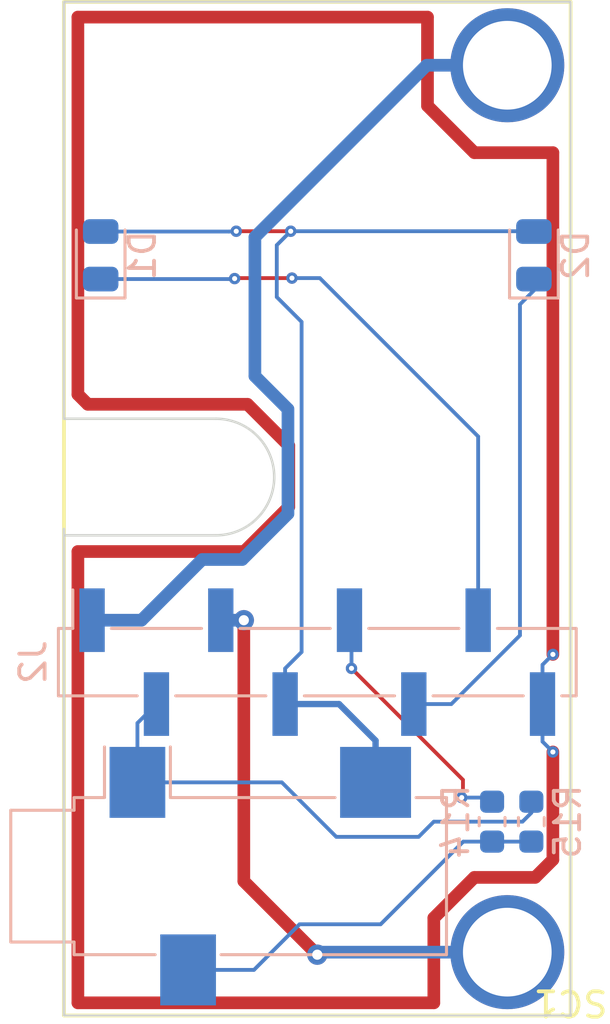
<source format=kicad_pcb>
(kicad_pcb (version 20190905) (host pcbnew "5.99.0-unknown-c3175b4~86~ubuntu16.04.1")

  (general
    (thickness 0.8)
    (drawings 12)
    (tracks 91)
    (modules 7)
    (nets 10)
  )

  (page "A4")
  (layers
    (0 "F.Cu" signal)
    (31 "B.Cu" signal)
    (32 "B.Adhes" user hide)
    (33 "F.Adhes" user hide)
    (34 "B.Paste" user hide)
    (35 "F.Paste" user hide)
    (36 "B.SilkS" user hide)
    (37 "F.SilkS" user)
    (38 "B.Mask" user hide)
    (39 "F.Mask" user hide)
    (40 "Dwgs.User" user)
    (41 "Cmts.User" user hide)
    (42 "Eco1.User" user hide)
    (43 "Eco2.User" user)
    (44 "Edge.Cuts" user)
    (45 "Margin" user)
    (46 "B.CrtYd" user)
    (47 "F.CrtYd" user)
    (48 "B.Fab" user hide)
    (49 "F.Fab" user hide)
  )

  (setup
    (stackup
      (layer "F.SilkS" (type "Top Silk Screen"))
      (layer "F.Paste" (type "Top Solder Paste"))
      (layer "F.Mask" (type "Top Solder Mask") (thickness 0.01) (color "Green"))
      (layer "F.Cu" (type "copper") (thickness 0.035))
      (layer "dielectric 1" (type "core") (thickness 0.71) (material "FR4") (epsilon_r 4.5) (loss_tangent 0.02))
      (layer "B.Cu" (type "copper") (thickness 0.035))
      (layer "B.Mask" (type "Bottom Solder Mask") (thickness 0.01) (color "Green"))
      (layer "B.Paste" (type "Bottom Solder Paste"))
      (layer "B.SilkS" (type "Bottom Silk Screen"))
      (copper_finish "None")
      (dielectric_constraints no)
    )
    (last_trace_width 0.5)
    (user_trace_width 0.15)
    (user_trace_width 0.25)
    (user_trace_width 0.5)
    (trace_clearance 0.2)
    (zone_clearance 0.508)
    (zone_45_only no)
    (trace_min 0.15)
    (via_size 0.8)
    (via_drill 0.4)
    (via_min_size 0.45)
    (via_min_drill 0.2)
    (user_via 0.45 0.2)
    (uvia_size 0.3)
    (uvia_drill 0.1)
    (uvias_allowed no)
    (uvia_min_size 0.2)
    (uvia_min_drill 0.1)
    (max_error 0.005)
    (defaults
      (edge_clearance 0.01)
      (edge_cuts_line_width 0.05)
      (courtyard_line_width 0.05)
      (copper_line_width 0.2)
      (copper_text_dims (size 1.5 1.5) (thickness 0.3))
      (silk_line_width 0.12)
      (silk_text_dims (size 1 1) (thickness 0.15))
      (other_layers_line_width 0.1)
      (other_layers_text_dims (size 1 1) (thickness 0.15))
    )
    (pad_size 4.5 4.5)
    (pad_drill 3.5)
    (pad_to_mask_clearance 0.051)
    (solder_mask_min_width 0.25)
    (aux_axis_origin 140 130)
    (visible_elements FFFDFF5F)
    (pcbplotparams
      (layerselection 0x010fc_ffffffff)
      (usegerberextensions false)
      (usegerberattributes false)
      (usegerberadvancedattributes false)
      (creategerberjobfile false)
      (excludeedgelayer true)
      (linewidth 0.100000)
      (plotframeref false)
      (viasonmask false)
      (mode 1)
      (useauxorigin false)
      (hpglpennumber 1)
      (hpglpenspeed 20)
      (hpglpendiameter 15.000000)
      (psnegative false)
      (psa4output false)
      (plotreference true)
      (plotvalue true)
      (plotinvisibletext false)
      (padsonsilk false)
      (subtractmaskfromsilk false)
      (outputformat 4)
      (mirror false)
      (drillshape 0)
      (scaleselection 1)
      (outputdirectory "")
    )
  )

  (net 0 "")
  (net 1 "-VDC")
  (net 2 "GND")
  (net 3 "Net-(J3-PadR)")
  (net 4 "SERIAL_IN-top")
  (net 5 "RDIODE-top")
  (net 6 "GDIODE-top")
  (net 7 "CELL+top")
  (net 8 "SERIAL_OUT-top")
  (net 9 "TOUCH-top")

  (net_class "Default" "This is the default net class."
    (clearance 0.2)
    (trace_width 0.25)
    (via_dia 0.8)
    (via_drill 0.4)
    (uvia_dia 0.3)
    (uvia_drill 0.1)
    (add_net "-VDC")
    (add_net "CELL+top")
    (add_net "GDIODE-top")
    (add_net "GND")
    (add_net "Net-(J3-PadR)")
    (add_net "RDIODE-top")
    (add_net "SERIAL_IN-top")
    (add_net "SERIAL_OUT-top")
    (add_net "TOUCH-top")
  )

  (module "solarcell:Solar Cell 3.3V 20x40mm" (layer "F.Cu") (tedit 5DD58921) (tstamp 5DE65F67)
    (at 160 130 180)
    (path "/5DD1B743")
    (fp_text reference "SC1" (at 0 0.5 180 unlocked) (layer "F.SilkS")
      (effects (font (size 1 1) (thickness 0.15)))
    )
    (fp_text value "Solar_Cell" (at 0 -0.5 180 unlocked) (layer "F.Fab")
      (effects (font (size 1 1) (thickness 0.15)))
    )
    (fp_line (start 20 0) (end 0 0) (layer "F.SilkS") (width 0.15))
    (fp_line (start 20 40) (end 20 0) (layer "F.SilkS") (width 0.15))
    (fp_line (start 0 40) (end 20 40) (layer "F.SilkS") (width 0.15))
    (fp_line (start 0 0) (end 0 40) (layer "F.SilkS") (width 0.15))
    (pad "2" thru_hole circle (at 2.5 37.5 180) (size 4.5 4.5) (drill 3.5) (layers *.Cu *.Mask)
      (net 2 "GND"))
    (pad "1" thru_hole circle (at 2.5 2.5 180) (size 4.5 4.5) (drill 3.5) (layers *.Cu *.Mask)
      (net 7 "CELL+top"))
  )

  (module "Connector_Audio:Jack_3.5mm_CUI_SJ-3523-SMT_Horizontal" (layer "B.Cu") (tedit 5C635420) (tstamp 5DE65D1F)
    (at 146.5 124.5 -90)
    (descr "3.5 mm, Stereo, Right Angle, Surface Mount (SMT), Audio Jack Connector (https://www.cui.com/product/resource/sj-352x-smt-series.pdf)")
    (tags "3.5mm audio cui horizontal jack stereo")
    (path "/5DE6664B")
    (attr smd)
    (fp_text reference "J3" (at 0 9.9 -90) (layer "B.SilkS")
      (effects (font (size 1 1) (thickness 0.15)) (justify mirror))
    )
    (fp_text value "AudioJack3" (at 0 -10.35 -90) (layer "B.Fab")
      (effects (font (size 1 1) (thickness 0.15)) (justify mirror))
    )
    (fp_line (start 3 6) (end 3 -8.5) (layer "B.Fab") (width 0.1))
    (fp_line (start 3 -8.5) (end -3 -8.5) (layer "B.Fab") (width 0.1))
    (fp_line (start -3 -8.5) (end -3 6) (layer "B.Fab") (width 0.1))
    (fp_line (start -3 6) (end -2.5 6) (layer "B.Fab") (width 0.1))
    (fp_line (start -2.5 6) (end -2.5 8.5) (layer "B.Fab") (width 0.1))
    (fp_line (start -2.5 8.5) (end 2.5 8.5) (layer "B.Fab") (width 0.1))
    (fp_line (start 2.5 8.5) (end 2.5 6) (layer "B.Fab") (width 0.1))
    (fp_line (start 2.5 6) (end 3 6) (layer "B.Fab") (width 0.1))
    (fp_line (start 5.6 9) (end 5.6 -9) (layer "B.CrtYd") (width 0.05))
    (fp_line (start 5.6 -9) (end -5.6 -9) (layer "B.CrtYd") (width 0.05))
    (fp_line (start -5.6 -9) (end -5.6 9) (layer "B.CrtYd") (width 0.05))
    (fp_line (start -5.6 9) (end 5.6 9) (layer "B.CrtYd") (width 0.05))
    (fp_text user "%R" (at 0 0 -90) (layer "B.Fab")
      (effects (font (size 1 1) (thickness 0.15)) (justify mirror))
    )
    (fp_line (start -3.1 4.9) (end -3.1 6.1) (layer "B.SilkS") (width 0.12))
    (fp_line (start -3.1 6.1) (end -2.6 6.1) (layer "B.SilkS") (width 0.12))
    (fp_line (start -2.6 6.1) (end -2.6 8.6) (layer "B.SilkS") (width 0.12))
    (fp_line (start -2.6 8.6) (end 2.6 8.6) (layer "B.SilkS") (width 0.12))
    (fp_line (start 2.6 8.6) (end 2.6 6.1) (layer "B.SilkS") (width 0.12))
    (fp_line (start 2.6 6.1) (end 3.1 6.1) (layer "B.SilkS") (width 0.12))
    (fp_line (start 3.1 6.1) (end 3.1 2.9) (layer "B.SilkS") (width 0.12))
    (fp_line (start 3.1 0.3) (end 3.1 -8.6) (layer "B.SilkS") (width 0.12))
    (fp_line (start 3.1 -8.6) (end -3.1 -8.6) (layer "B.SilkS") (width 0.12))
    (fp_line (start -3.1 -8.6) (end -3.1 -7.4) (layer "B.SilkS") (width 0.12))
    (fp_line (start -3.1 -4.2) (end -3.1 2.3) (layer "B.SilkS") (width 0.12))
    (fp_line (start -3.1 4.9) (end -5.1 4.9) (layer "B.SilkS") (width 0.12))
    (fp_line (start -3.1 2.3) (end -5.1 2.3) (layer "B.SilkS") (width 0.12))
    (pad "" np_thru_hole circle (at 0 -4.5 270) (size 1.7 1.7) (drill 1.7) (layers *.Cu *.Mask))
    (pad "" np_thru_hole circle (at 0 2.5 270) (size 1.7 1.7) (drill 1.7) (layers *.Cu *.Mask))
    (pad "T" smd rect (at -3.7 -5.8 270) (size 2.8 2.8) (layers "B.Cu" "B.Paste" "B.Mask")
      (net 8 "SERIAL_OUT-top"))
    (pad "S" smd rect (at -3.7 3.6 270) (size 2.8 2.2) (layers "B.Cu" "B.Paste" "B.Mask")
      (net 1 "-VDC"))
    (pad "R" smd rect (at 3.7 1.6 270) (size 2.8 2.2) (layers "B.Cu" "B.Paste" "B.Mask")
      (net 3 "Net-(J3-PadR)"))
    (model "/home/user/schems/wogglebug/wogglebug/3.5mm_jack.wrl"
      (at (xyz 0 0 0))
      (scale (xyz 1 1 1))
      (rotate (xyz 0 0 0))
    )
  )

  (module "Resistor_SMD:R_0603_1608Metric" (layer "B.Cu") (tedit 5B301BBD) (tstamp 5DE65D73)
    (at 158.45 122.35 90)
    (descr "Resistor SMD 0603 (1608 Metric), square (rectangular) end terminal, IPC_7351 nominal, (Body size source: http://www.tortai-tech.com/upload/download/2011102023233369053.pdf), generated with kicad-footprint-generator")
    (tags "resistor")
    (path "/5DE7776E")
    (attr smd)
    (fp_text reference "R15" (at 0 1.43 -90) (layer "B.SilkS")
      (effects (font (size 1 1) (thickness 0.15)) (justify mirror))
    )
    (fp_text value "10k" (at 0 -1.43 -90) (layer "B.Fab")
      (effects (font (size 1 1) (thickness 0.15)) (justify mirror))
    )
    (fp_text user "%R" (at 0 0 -90) (layer "B.Fab")
      (effects (font (size 0.4 0.4) (thickness 0.06)) (justify mirror))
    )
    (fp_line (start 1.48 -0.73) (end -1.48 -0.73) (layer "B.CrtYd") (width 0.05))
    (fp_line (start 1.48 0.73) (end 1.48 -0.73) (layer "B.CrtYd") (width 0.05))
    (fp_line (start -1.48 0.73) (end 1.48 0.73) (layer "B.CrtYd") (width 0.05))
    (fp_line (start -1.48 -0.73) (end -1.48 0.73) (layer "B.CrtYd") (width 0.05))
    (fp_line (start -0.162779 -0.51) (end 0.162779 -0.51) (layer "B.SilkS") (width 0.12))
    (fp_line (start -0.162779 0.51) (end 0.162779 0.51) (layer "B.SilkS") (width 0.12))
    (fp_line (start 0.8 -0.4) (end -0.8 -0.4) (layer "B.Fab") (width 0.1))
    (fp_line (start 0.8 0.4) (end 0.8 -0.4) (layer "B.Fab") (width 0.1))
    (fp_line (start -0.8 0.4) (end 0.8 0.4) (layer "B.Fab") (width 0.1))
    (fp_line (start -0.8 -0.4) (end -0.8 0.4) (layer "B.Fab") (width 0.1))
    (pad "2" smd roundrect (at 0.7875 0 90) (size 0.875 0.95) (layers "B.Cu" "B.Paste" "B.Mask") (roundrect_rratio 0.25)
      (net 1 "-VDC"))
    (pad "1" smd roundrect (at -0.7875 0 90) (size 0.875 0.95) (layers "B.Cu" "B.Paste" "B.Mask") (roundrect_rratio 0.25)
      (net 3 "Net-(J3-PadR)"))
    (model "${KISYS3DMOD}/Resistor_SMD.3dshapes/R_0603_1608Metric.wrl"
      (at (xyz 0 0 0))
      (scale (xyz 1 1 1))
      (rotate (xyz 0 0 0))
    )
  )

  (module "Resistor_SMD:R_0603_1608Metric" (layer "B.Cu") (tedit 5B301BBD) (tstamp 5DE65CD7)
    (at 156.9 122.35 -90)
    (descr "Resistor SMD 0603 (1608 Metric), square (rectangular) end terminal, IPC_7351 nominal, (Body size source: http://www.tortai-tech.com/upload/download/2011102023233369053.pdf), generated with kicad-footprint-generator")
    (tags "resistor")
    (path "/5DE72895")
    (attr smd)
    (fp_text reference "R14" (at 0 1.43 -90) (layer "B.SilkS")
      (effects (font (size 1 1) (thickness 0.15)) (justify mirror))
    )
    (fp_text value "22k" (at 0 -1.43 -90) (layer "B.Fab")
      (effects (font (size 1 1) (thickness 0.15)) (justify mirror))
    )
    (fp_text user "%R" (at 0 0 -90) (layer "B.Fab")
      (effects (font (size 0.4 0.4) (thickness 0.06)) (justify mirror))
    )
    (fp_line (start 1.48 -0.73) (end -1.48 -0.73) (layer "B.CrtYd") (width 0.05))
    (fp_line (start 1.48 0.73) (end 1.48 -0.73) (layer "B.CrtYd") (width 0.05))
    (fp_line (start -1.48 0.73) (end 1.48 0.73) (layer "B.CrtYd") (width 0.05))
    (fp_line (start -1.48 -0.73) (end -1.48 0.73) (layer "B.CrtYd") (width 0.05))
    (fp_line (start -0.162779 -0.51) (end 0.162779 -0.51) (layer "B.SilkS") (width 0.12))
    (fp_line (start -0.162779 0.51) (end 0.162779 0.51) (layer "B.SilkS") (width 0.12))
    (fp_line (start 0.8 -0.4) (end -0.8 -0.4) (layer "B.Fab") (width 0.1))
    (fp_line (start 0.8 0.4) (end 0.8 -0.4) (layer "B.Fab") (width 0.1))
    (fp_line (start -0.8 0.4) (end 0.8 0.4) (layer "B.Fab") (width 0.1))
    (fp_line (start -0.8 -0.4) (end -0.8 0.4) (layer "B.Fab") (width 0.1))
    (pad "2" smd roundrect (at 0.7875 0 270) (size 0.875 0.95) (layers "B.Cu" "B.Paste" "B.Mask") (roundrect_rratio 0.25)
      (net 3 "Net-(J3-PadR)"))
    (pad "1" smd roundrect (at -0.7875 0 270) (size 0.875 0.95) (layers "B.Cu" "B.Paste" "B.Mask") (roundrect_rratio 0.25)
      (net 4 "SERIAL_IN-top"))
    (model "${KISYS3DMOD}/Resistor_SMD.3dshapes/R_0603_1608Metric.wrl"
      (at (xyz 0 0 0))
      (scale (xyz 1 1 1))
      (rotate (xyz 0 0 0))
    )
  )

  (module "Connector_PinHeader_2.54mm:PinHeader_1x08_P2.54mm_Vertical_SMD_Pin1Left" (layer "B.Cu") (tedit 59FED5CC) (tstamp 5DE65DCD)
    (at 150 116.055 -90)
    (descr "surface-mounted straight pin header, 1x08, 2.54mm pitch, single row, style 1 (pin 1 left)")
    (tags "Surface mounted pin header SMD 1x08 2.54mm single row style1 pin1 left")
    (path "/5DEB4958")
    (attr smd)
    (fp_text reference "J2" (at 0 11.22 -90) (layer "B.SilkS")
      (effects (font (size 1 1) (thickness 0.15)) (justify mirror))
    )
    (fp_text value "Conn_01x08_Male" (at 0 -11.22 -90) (layer "B.Fab")
      (effects (font (size 1 1) (thickness 0.15)) (justify mirror))
    )
    (fp_text user "%R" (at 0 0) (layer "B.Fab")
      (effects (font (size 1 1) (thickness 0.15)) (justify mirror))
    )
    (fp_line (start 3.45 10.7) (end -3.45 10.7) (layer "B.CrtYd") (width 0.05))
    (fp_line (start 3.45 -10.7) (end 3.45 10.7) (layer "B.CrtYd") (width 0.05))
    (fp_line (start -3.45 -10.7) (end 3.45 -10.7) (layer "B.CrtYd") (width 0.05))
    (fp_line (start -3.45 10.7) (end -3.45 -10.7) (layer "B.CrtYd") (width 0.05))
    (fp_line (start -1.33 -7.11) (end -1.33 -10.22) (layer "B.SilkS") (width 0.12))
    (fp_line (start -1.33 -2.03) (end -1.33 -5.59) (layer "B.SilkS") (width 0.12))
    (fp_line (start -1.33 3.05) (end -1.33 -0.51) (layer "B.SilkS") (width 0.12))
    (fp_line (start -1.33 8.13) (end -1.33 4.57) (layer "B.SilkS") (width 0.12))
    (fp_line (start 1.33 -4.57) (end 1.33 -8.13) (layer "B.SilkS") (width 0.12))
    (fp_line (start 1.33 0.51) (end 1.33 -3.05) (layer "B.SilkS") (width 0.12))
    (fp_line (start 1.33 5.59) (end 1.33 2.03) (layer "B.SilkS") (width 0.12))
    (fp_line (start 1.33 -9.65) (end 1.33 -10.22) (layer "B.SilkS") (width 0.12))
    (fp_line (start -1.33 10.22) (end -1.33 9.65) (layer "B.SilkS") (width 0.12))
    (fp_line (start -1.33 9.65) (end -2.85 9.65) (layer "B.SilkS") (width 0.12))
    (fp_line (start 1.33 10.22) (end 1.33 7.11) (layer "B.SilkS") (width 0.12))
    (fp_line (start -1.33 -10.22) (end 1.33 -10.22) (layer "B.SilkS") (width 0.12))
    (fp_line (start -1.33 10.22) (end 1.33 10.22) (layer "B.SilkS") (width 0.12))
    (fp_line (start 2.54 -9.21) (end 1.27 -9.21) (layer "B.Fab") (width 0.1))
    (fp_line (start 2.54 -8.57) (end 2.54 -9.21) (layer "B.Fab") (width 0.1))
    (fp_line (start 1.27 -8.57) (end 2.54 -8.57) (layer "B.Fab") (width 0.1))
    (fp_line (start 2.54 -4.13) (end 1.27 -4.13) (layer "B.Fab") (width 0.1))
    (fp_line (start 2.54 -3.49) (end 2.54 -4.13) (layer "B.Fab") (width 0.1))
    (fp_line (start 1.27 -3.49) (end 2.54 -3.49) (layer "B.Fab") (width 0.1))
    (fp_line (start 2.54 0.95) (end 1.27 0.95) (layer "B.Fab") (width 0.1))
    (fp_line (start 2.54 1.59) (end 2.54 0.95) (layer "B.Fab") (width 0.1))
    (fp_line (start 1.27 1.59) (end 2.54 1.59) (layer "B.Fab") (width 0.1))
    (fp_line (start 2.54 6.03) (end 1.27 6.03) (layer "B.Fab") (width 0.1))
    (fp_line (start 2.54 6.67) (end 2.54 6.03) (layer "B.Fab") (width 0.1))
    (fp_line (start 1.27 6.67) (end 2.54 6.67) (layer "B.Fab") (width 0.1))
    (fp_line (start -2.54 -6.67) (end -1.27 -6.67) (layer "B.Fab") (width 0.1))
    (fp_line (start -2.54 -6.03) (end -2.54 -6.67) (layer "B.Fab") (width 0.1))
    (fp_line (start -1.27 -6.03) (end -2.54 -6.03) (layer "B.Fab") (width 0.1))
    (fp_line (start -2.54 -1.59) (end -1.27 -1.59) (layer "B.Fab") (width 0.1))
    (fp_line (start -2.54 -0.95) (end -2.54 -1.59) (layer "B.Fab") (width 0.1))
    (fp_line (start -1.27 -0.95) (end -2.54 -0.95) (layer "B.Fab") (width 0.1))
    (fp_line (start -2.54 3.49) (end -1.27 3.49) (layer "B.Fab") (width 0.1))
    (fp_line (start -2.54 4.13) (end -2.54 3.49) (layer "B.Fab") (width 0.1))
    (fp_line (start -1.27 4.13) (end -2.54 4.13) (layer "B.Fab") (width 0.1))
    (fp_line (start -2.54 8.57) (end -1.27 8.57) (layer "B.Fab") (width 0.1))
    (fp_line (start -2.54 9.21) (end -2.54 8.57) (layer "B.Fab") (width 0.1))
    (fp_line (start -1.27 9.21) (end -2.54 9.21) (layer "B.Fab") (width 0.1))
    (fp_line (start 1.27 10.16) (end 1.27 -10.16) (layer "B.Fab") (width 0.1))
    (fp_line (start -1.27 9.21) (end -0.32 10.16) (layer "B.Fab") (width 0.1))
    (fp_line (start -1.27 -10.16) (end -1.27 9.21) (layer "B.Fab") (width 0.1))
    (fp_line (start -0.32 10.16) (end 1.27 10.16) (layer "B.Fab") (width 0.1))
    (fp_line (start 1.27 -10.16) (end -1.27 -10.16) (layer "B.Fab") (width 0.1))
    (pad "8" smd rect (at 1.655 -8.89 270) (size 2.51 1) (layers "B.Cu" "B.Paste" "B.Mask")
      (net 9 "TOUCH-top"))
    (pad "6" smd rect (at 1.655 -3.81 270) (size 2.51 1) (layers "B.Cu" "B.Paste" "B.Mask")
      (net 6 "GDIODE-top"))
    (pad "4" smd rect (at 1.655 1.27 270) (size 2.51 1) (layers "B.Cu" "B.Paste" "B.Mask")
      (net 8 "SERIAL_OUT-top"))
    (pad "2" smd rect (at 1.655 6.35 270) (size 2.51 1) (layers "B.Cu" "B.Paste" "B.Mask")
      (net 1 "-VDC"))
    (pad "7" smd rect (at -1.655 -6.35 270) (size 2.51 1) (layers "B.Cu" "B.Paste" "B.Mask")
      (net 5 "RDIODE-top"))
    (pad "5" smd rect (at -1.655 -1.27 270) (size 2.51 1) (layers "B.Cu" "B.Paste" "B.Mask")
      (net 4 "SERIAL_IN-top"))
    (pad "3" smd rect (at -1.655 3.81 270) (size 2.51 1) (layers "B.Cu" "B.Paste" "B.Mask")
      (net 7 "CELL+top"))
    (pad "1" smd rect (at -1.655 8.89 270) (size 2.51 1) (layers "B.Cu" "B.Paste" "B.Mask")
      (net 2 "GND"))
    (model "${KISYS3DMOD}/Connector_PinHeader_2.54mm.3dshapes/PinHeader_1x08_P2.54mm_Vertical_SMD_Pin1Left.wrl"
      (at (xyz 0 0 0))
      (scale (xyz 1 1 1))
      (rotate (xyz 0 0 0))
    )
  )

  (module "LED_SMD:LED_0805_2012Metric" (layer "B.Cu") (tedit 5B36C52C) (tstamp 5DE65FC1)
    (at 158.55 100 90)
    (descr "LED SMD 0805 (2012 Metric), square (rectangular) end terminal, IPC_7351 nominal, (Body size source: https://docs.google.com/spreadsheets/d/1BsfQQcO9C6DZCsRaXUlFlo91Tg2WpOkGARC1WS5S8t0/edit?usp=sharing), generated with kicad-footprint-generator")
    (tags "diode")
    (path "/5DD1D01D")
    (attr smd)
    (fp_text reference "D2" (at 0 1.65 -90) (layer "B.SilkS")
      (effects (font (size 1 1) (thickness 0.15)) (justify mirror))
    )
    (fp_text value "GREEN LED" (at 0 -1.65 -90) (layer "B.Fab")
      (effects (font (size 1 1) (thickness 0.15)) (justify mirror))
    )
    (fp_text user "%R" (at 0 0 -90) (layer "B.Fab")
      (effects (font (size 0.5 0.5) (thickness 0.08)) (justify mirror))
    )
    (fp_line (start 1.68 -0.95) (end -1.68 -0.95) (layer "B.CrtYd") (width 0.05))
    (fp_line (start 1.68 0.95) (end 1.68 -0.95) (layer "B.CrtYd") (width 0.05))
    (fp_line (start -1.68 0.95) (end 1.68 0.95) (layer "B.CrtYd") (width 0.05))
    (fp_line (start -1.68 -0.95) (end -1.68 0.95) (layer "B.CrtYd") (width 0.05))
    (fp_line (start -1.685 -0.96) (end 1 -0.96) (layer "B.SilkS") (width 0.12))
    (fp_line (start -1.685 0.96) (end -1.685 -0.96) (layer "B.SilkS") (width 0.12))
    (fp_line (start 1 0.96) (end -1.685 0.96) (layer "B.SilkS") (width 0.12))
    (fp_line (start 1 -0.6) (end 1 0.6) (layer "B.Fab") (width 0.1))
    (fp_line (start -1 -0.6) (end 1 -0.6) (layer "B.Fab") (width 0.1))
    (fp_line (start -1 0.3) (end -1 -0.6) (layer "B.Fab") (width 0.1))
    (fp_line (start -0.7 0.6) (end -1 0.3) (layer "B.Fab") (width 0.1))
    (fp_line (start 1 0.6) (end -0.7 0.6) (layer "B.Fab") (width 0.1))
    (pad "2" smd roundrect (at 0.9375 0 90) (size 0.975 1.4) (layers "B.Cu" "B.Paste" "B.Mask") (roundrect_rratio 0.25)
      (net 8 "SERIAL_OUT-top"))
    (pad "1" smd roundrect (at -0.9375 0 90) (size 0.975 1.4) (layers "B.Cu" "B.Paste" "B.Mask") (roundrect_rratio 0.25)
      (net 6 "GDIODE-top"))
    (model "${KISYS3DMOD}/LED_SMD.3dshapes/LED_0805_2012Metric.wrl"
      (at (xyz 0 0 0))
      (scale (xyz 1 1 1))
      (rotate (xyz 0 0 0))
    )
  )

  (module "LED_SMD:LED_0805_2012Metric" (layer "B.Cu") (tedit 5B36C52C) (tstamp 5DE65F8B)
    (at 141.45 100 90)
    (descr "LED SMD 0805 (2012 Metric), square (rectangular) end terminal, IPC_7351 nominal, (Body size source: https://docs.google.com/spreadsheets/d/1BsfQQcO9C6DZCsRaXUlFlo91Tg2WpOkGARC1WS5S8t0/edit?usp=sharing), generated with kicad-footprint-generator")
    (tags "diode")
    (path "/5DD6B388")
    (attr smd)
    (fp_text reference "D1" (at 0 1.65 -90) (layer "B.SilkS")
      (effects (font (size 1 1) (thickness 0.15)) (justify mirror))
    )
    (fp_text value "RED LED" (at 0 -1.65 -90) (layer "B.Fab")
      (effects (font (size 1 1) (thickness 0.15)) (justify mirror))
    )
    (fp_text user "%R" (at 0 0 -90) (layer "B.Fab")
      (effects (font (size 0.5 0.5) (thickness 0.08)) (justify mirror))
    )
    (fp_line (start 1.68 -0.95) (end -1.68 -0.95) (layer "B.CrtYd") (width 0.05))
    (fp_line (start 1.68 0.95) (end 1.68 -0.95) (layer "B.CrtYd") (width 0.05))
    (fp_line (start -1.68 0.95) (end 1.68 0.95) (layer "B.CrtYd") (width 0.05))
    (fp_line (start -1.68 -0.95) (end -1.68 0.95) (layer "B.CrtYd") (width 0.05))
    (fp_line (start -1.685 -0.96) (end 1 -0.96) (layer "B.SilkS") (width 0.12))
    (fp_line (start -1.685 0.96) (end -1.685 -0.96) (layer "B.SilkS") (width 0.12))
    (fp_line (start 1 0.96) (end -1.685 0.96) (layer "B.SilkS") (width 0.12))
    (fp_line (start 1 -0.6) (end 1 0.6) (layer "B.Fab") (width 0.1))
    (fp_line (start -1 -0.6) (end 1 -0.6) (layer "B.Fab") (width 0.1))
    (fp_line (start -1 0.3) (end -1 -0.6) (layer "B.Fab") (width 0.1))
    (fp_line (start -0.7 0.6) (end -1 0.3) (layer "B.Fab") (width 0.1))
    (fp_line (start 1 0.6) (end -0.7 0.6) (layer "B.Fab") (width 0.1))
    (pad "2" smd roundrect (at 0.9375 0 90) (size 0.975 1.4) (layers "B.Cu" "B.Paste" "B.Mask") (roundrect_rratio 0.25)
      (net 8 "SERIAL_OUT-top"))
    (pad "1" smd roundrect (at -0.9375 0 90) (size 0.975 1.4) (layers "B.Cu" "B.Paste" "B.Mask") (roundrect_rratio 0.25)
      (net 5 "RDIODE-top"))
    (model "${KISYS3DMOD}/LED_SMD.3dshapes/LED_0805_2012Metric.wrl"
      (at (xyz 0 0 0))
      (scale (xyz 1 1 1))
      (rotate (xyz 0 0 0))
    )
  )

  (gr_line (start 140 130) (end 160 130) (layer "Edge.Cuts") (width 0.1) (tstamp 5DE65CF8))
  (gr_line (start 140 106.45) (end 140 90) (layer "Edge.Cuts") (width 0.1) (tstamp 5DE65F56))
  (gr_arc (start 146 108.75) (end 146 106.45) (angle 180) (layer "Edge.Cuts") (width 0.1) (tstamp 5DE65F53))
  (gr_line (start 146 106.45) (end 140 106.45) (layer "Edge.Cuts") (width 0.1) (tstamp 5DE65F50))
  (gr_line (start 146 111.05) (end 140 111.05) (layer "Edge.Cuts") (width 0.1) (tstamp 5DE65F4D))
  (gr_line (start 140 90) (end 160 90) (layer "Edge.Cuts") (width 0.1) (tstamp 5DE65F4A))
  (gr_line (start 160 130) (end 160 90) (layer "Edge.Cuts") (width 0.1) (tstamp 5DE65F47))
  (gr_line (start 140 130) (end 140 110.8) (layer "Edge.Cuts") (width 0.1) (tstamp 5DE65F44))
  (gr_line (start 150 135) (end 150 95) (layer "Eco1.User") (width 0.1))
  (gr_line (start 165 115.19) (end 135 115.19) (layer "Eco1.User") (width 0.1))
  (gr_poly (pts (xy 150 102.5) (xy 148.15 102.5) (xy 148.15 100) (xy 151.85 100) (xy 151.85 102.5)) (layer "Eco1.User") (width 0.1) (tstamp 5DD40DDF))
  (gr_poly (pts (xy 150 130) (xy 148.15 130) (xy 148.15 127.5) (xy 151.85 127.5) (xy 151.85 130)) (layer "Eco1.User") (width 0.1))

  (segment (start 147.537565 99.280455) (end 147.537565 104.767565) (width 0.5) (layer "B.Cu") (net 2) (tstamp 5DE65EE7))
  (segment (start 154.31802 92.5) (end 147.537565 99.280455) (width 0.5) (layer "B.Cu") (net 2) (tstamp 5DE65EEA))
  (segment (start 157.5 92.5) (end 154.31802 92.5) (width 0.5) (layer "B.Cu") (net 2) (tstamp 5DE65EED))
  (segment (start 145.455 112.005) (end 143.06 114.4) (width 0.5) (layer "B.Cu") (net 2) (tstamp 5DE65F08))
  (segment (start 147.537565 104.767565) (end 148.842507 106.072507) (width 0.5) (layer "B.Cu") (net 2) (tstamp 5DE65F0B))
  (segment (start 148.842507 106.072507) (end 148.842507 110.197493) (width 0.5) (layer "B.Cu") (net 2) (tstamp 5DE65EBD))
  (segment (start 147.035 112.005) (end 145.455 112.005) (width 0.5) (layer "B.Cu") (net 2) (tstamp 5DE65EF9))
  (segment (start 148.842507 110.197493) (end 147.035 112.005) (width 0.5) (layer "B.Cu") (net 2) (tstamp 5DE65F26))
  (segment (start 143.06 114.4) (end 141.11 114.4) (width 0.5) (layer "B.Cu") (net 2) (tstamp 5DE65EF6))
  (segment (start 147.245 105.88) (end 148.875 107.51) (width 0.5) (layer "F.Cu") (net 9) (tstamp 5DE65EC9))
  (segment (start 140.55 105.49) (end 140.94 105.88) (width 0.5) (layer "F.Cu") (net 9) (tstamp 5DE65ECC))
  (segment (start 159.3 115.75) (end 159.3 95.95) (width 0.5) (layer "F.Cu") (net 9) (tstamp 5DE65F29))
  (segment (start 140.55 129.49999) (end 154.6 129.49999) (width 0.5) (layer "F.Cu") (net 9) (tstamp 5DE65F2C))
  (segment (start 140.55 90.6) (end 140.55 105.49) (width 0.5) (layer "F.Cu") (net 9) (tstamp 5DE65F2F))
  (segment (start 140.55 111.69) (end 140.55 129.49999) (width 0.5) (layer "F.Cu") (net 9) (tstamp 5DE65F3B))
  (segment (start 148.875 107.51) (end 148.875 109.929519) (width 0.5) (layer "F.Cu") (net 9) (tstamp 5DE65F3E))
  (segment (start 154.35 90.6) (end 140.55 90.6) (width 0.5) (layer "F.Cu") (net 9) (tstamp 5DE65F41))
  (segment (start 159.3 95.95) (end 156.2 95.95) (width 0.5) (layer "F.Cu") (net 9) (tstamp 5DE65E4B))
  (segment (start 140.94 105.88) (end 147.245 105.88) (width 0.5) (layer "F.Cu") (net 9) (tstamp 5DE65E4E))
  (segment (start 154.6 129.49999) (end 154.6 126.15) (width 0.5) (layer "F.Cu") (net 9) (tstamp 5DE65E51))
  (segment (start 156.2 95.95) (end 154.35 94.1) (width 0.5) (layer "F.Cu") (net 9) (tstamp 5DE65F32))
  (segment (start 147.114519 111.69) (end 140.55 111.69) (width 0.5) (layer "F.Cu") (net 9) (tstamp 5DE65F35))
  (segment (start 154.35 94.1) (end 154.35 90.6) (width 0.5) (layer "F.Cu") (net 9) (tstamp 5DE65F38))
  (segment (start 158.6 124.55) (end 159.3 123.85) (width 0.5) (layer "F.Cu") (net 9) (tstamp 5DE65EC0))
  (segment (start 148.875 109.929519) (end 147.114519 111.69) (width 0.5) (layer "F.Cu") (net 9) (tstamp 5DE65EC3))
  (segment (start 154.6 126.15) (end 156.2 124.55) (width 0.5) (layer "F.Cu") (net 9) (tstamp 5DE65EC6))
  (segment (start 156.2 124.55) (end 158.6 124.55) (width 0.5) (layer "F.Cu") (net 9) (tstamp 5DE65EE4))
  (segment (start 159.3 123.85) (end 159.3 119.6) (width 0.5) (layer "F.Cu") (net 9) (tstamp 5DE65EF0))
  (segment (start 149.3 126.4) (end 147.5 128.2) (width 0.15) (layer "B.Cu") (net 3) (tstamp 5DE65E54))
  (segment (start 144.9 128.2) (end 147.5 128.2) (width 0.15) (layer "B.Cu") (net 3) (tstamp 5DE65E60))
  (segment (start 149.3 126.4) (end 152.5 126.4) (width 0.15) (layer "B.Cu") (net 3) (tstamp 5DE65ECF))
  (segment (start 152.5 126.4) (end 155.7625 123.1375) (width 0.15) (layer "B.Cu") (net 3) (tstamp 5DE65EFC))
  (segment (start 155.7625 123.1375) (end 156.9 123.1375) (width 0.15) (layer "B.Cu") (net 3) (tstamp 5DE65CFB))
  (segment (start 148.95 99.05) (end 148.4 99.6) (width 0.15) (layer "B.Cu") (net 8) (tstamp 5DE65EE1))
  (segment (start 148.4 99.6) (end 148.4 101.647544) (width 0.15) (layer "B.Cu") (net 8) (tstamp 5DE65ED2))
  (segment (start 148.4 101.647544) (end 149.38 102.627545) (width 0.15) (layer "B.Cu") (net 8) (tstamp 5DE65ED5))
  (segment (start 149.38 102.627545) (end 149.38 115.655) (width 0.15) (layer "B.Cu") (net 8) (tstamp 5DE65EDB))
  (segment (start 149.38 115.655) (end 148.73 116.305) (width 0.15) (layer "B.Cu") (net 8) (tstamp 5DE65ED8))
  (segment (start 148.73 116.305) (end 148.73 117.71) (width 0.15) (layer "B.Cu") (net 8) (tstamp 5DE65F05))
  (segment (start 149 100.9) (end 146.755157 100.9) (width 0.15) (layer "F.Cu") (net 5) (tstamp 5DE65EFF))
  (segment (start 146.755157 100.9) (end 146.736315 100.918842) (width 0.15) (layer "F.Cu") (net 5) (tstamp 5DE65F02))
  (segment (start 156.35 107.15) (end 150.1 100.9) (width 0.15) (layer "B.Cu") (net 5) (tstamp 5DE65CC2))
  (via (at 149 100.9) (size 0.45) (drill 0.2) (layers "F.Cu" "B.Cu") (net 5) (tstamp 5DE65CC5))
  (segment (start 150.1 100.9) (end 149 100.9) (width 0.15) (layer "B.Cu") (net 5) (tstamp 5DE65EDE))
  (segment (start 156.35 114.4) (end 156.35 107.15) (width 0.15) (layer "B.Cu") (net 5) (tstamp 5DE65EF3))
  (segment (start 152.3 120.8) (end 152.3 119.15) (width 0.25) (layer "B.Cu") (net 8) (tstamp 5DE65E5D))
  (segment (start 152.3 119.15) (end 150.86 117.71) (width 0.25) (layer "B.Cu") (net 8) (tstamp 5DE65E57))
  (segment (start 148.73 117.71) (end 150.86 117.71) (width 0.25) (layer "B.Cu") (net 8) (tstamp 5DE65E5A))
  (segment (start 147.1 114.4) (end 146.19 114.4) (width 0.5) (layer "B.Cu") (net 7) (tstamp 5DE65F0E))
  (segment (start 150 127.6) (end 147.1 124.7) (width 0.5) (layer "F.Cu") (net 7) (tstamp 5DE65F11))
  (segment (start 147.1 124.7) (end 147.1 114.4) (width 0.5) (layer "F.Cu") (net 7) (tstamp 5DE65F14))
  (segment (start 157.5 127.5) (end 150.1 127.5) (width 0.5) (layer "B.Cu") (net 7) (tstamp 5DE65F17))
  (segment (start 150.1 127.5) (end 150 127.6) (width 0.5) (layer "B.Cu") (net 7) (tstamp 5DE65F1A))
  (segment (start 141.45 100.9375) (end 146.717657 100.9375) (width 0.15) (layer "B.Cu") (net 5) (tstamp 5DE65F1D))
  (segment (start 146.717657 100.9375) (end 146.736315 100.918842) (width 0.15) (layer "B.Cu") (net 5) (tstamp 5DE65F20))
  (via (at 146.736315 100.918842) (size 0.45) (drill 0.2) (layers "F.Cu" "B.Cu") (net 5) (tstamp 5DE65F23))
  (segment (start 154 122.95) (end 150.75 122.95) (width 0.15) (layer "B.Cu") (net 1) (tstamp 5DE65E63))
  (segment (start 150.75 122.95) (end 148.6 120.8) (width 0.15) (layer "B.Cu") (net 1) (tstamp 5DE65E66))
  (segment (start 142.9 120.8) (end 148.6 120.8) (width 0.15) (layer "B.Cu") (net 1) (tstamp 5DE65E69))
  (segment (start 154.6 122.35) (end 154 122.95) (width 0.15) (layer "B.Cu") (net 1) (tstamp 5DE65E6C))
  (segment (start 158.1 122.35) (end 154.6 122.35) (width 0.15) (layer "B.Cu") (net 1) (tstamp 5DE65E6F))
  (segment (start 158.45 121.5625) (end 158.45 122) (width 0.15) (layer "B.Cu") (net 1) (tstamp 5DE65E72))
  (segment (start 158.45 122) (end 158.1 122.35) (width 0.15) (layer "B.Cu") (net 1) (tstamp 5DE65E75))
  (segment (start 156.9 123.1375) (end 158.45 123.1375) (width 0.15) (layer "B.Cu") (net 3) (tstamp 5DE65E78))
  (segment (start 146.8 99.05) (end 146.5125 99.0625) (width 0.15) (layer "B.Cu") (net 8) (tstamp 5DE65E7B))
  (via (at 146.8 99.05) (size 0.45) (drill 0.2) (layers "F.Cu" "B.Cu") (net 8) (tstamp 5DE65E7E))
  (segment (start 146.5125 99.0625) (end 141.45 99.0625) (width 0.15) (layer "B.Cu") (net 8) (tstamp 5DE65E81))
  (segment (start 146.8 99.05) (end 148.95 99.05) (width 0.15) (layer "F.Cu") (net 8) (tstamp 5DE65E84))
  (segment (start 158.89 117.71) (end 158.89 119.19) (width 0.15) (layer "B.Cu") (net 9) (tstamp 5DE65E42))
  (segment (start 158.89 119.19) (end 159.3 119.6) (width 0.15) (layer "B.Cu") (net 9) (tstamp 5DE65E45))
  (via (at 159.3 119.6) (size 0.45) (drill 0.2) (layers "F.Cu" "B.Cu") (net 9) (tstamp 5DE65E48))
  (segment (start 155.7 121.4) (end 156.7375 121.4) (width 0.15) (layer "B.Cu") (net 4) (tstamp 5DE65E87))
  (segment (start 155.75 120.7) (end 155.75 121.35) (width 0.15) (layer "F.Cu") (net 4) (tstamp 5DE65E8A))
  (segment (start 155.75 121.35) (end 155.7 121.4) (width 0.15) (layer "F.Cu") (net 4) (tstamp 5DE65E8D))
  (via (at 155.7 121.4) (size 0.45) (drill 0.2) (layers "F.Cu" "B.Cu") (net 4) (tstamp 5DE65E90))
  (segment (start 151.35 116.3) (end 155.75 120.7) (width 0.15) (layer "F.Cu") (net 4) (tstamp 5DE65E93))
  (via (at 147.1 114.4) (size 0.8) (drill 0.4) (layers "F.Cu" "B.Cu") (net 7) (tstamp 5DE65E96))
  (via (at 150 127.6) (size 0.8) (drill 0.4) (layers "F.Cu" "B.Cu") (net 7) (tstamp 5DE65E99))
  (segment (start 148.95 99.05) (end 158.5375 99.05) (width 0.15) (layer "B.Cu") (net 8) (tstamp 5DE65E9C))
  (via (at 148.95 99.05) (size 0.45) (drill 0.2) (layers "F.Cu" "B.Cu") (net 8) (tstamp 5DE65E9F))
  (segment (start 158.89 117.71) (end 158.89 116.16) (width 0.15) (layer "B.Cu") (net 9) (tstamp 5DE65EA2))
  (segment (start 158.89 116.16) (end 159.3 115.75) (width 0.15) (layer "B.Cu") (net 9) (tstamp 5DE65EA5))
  (via (at 159.3 115.75) (size 0.45) (drill 0.2) (layers "F.Cu" "B.Cu") (net 9) (tstamp 5DE65EA8))
  (segment (start 158 115.000002) (end 158 101.9375) (width 0.15) (layer "B.Cu") (net 6) (tstamp 5DE65EAB))
  (segment (start 158 101.9375) (end 159 100.9375) (width 0.15) (layer "B.Cu") (net 6) (tstamp 5DE65EAE))
  (segment (start 153.81 117.71) (end 155.290002 117.71) (width 0.15) (layer "B.Cu") (net 6) (tstamp 5DE65EB1))
  (segment (start 155.290002 117.71) (end 158 115.000002) (width 0.15) (layer "B.Cu") (net 6) (tstamp 5DE65EB4))
  (segment (start 142.9 120.8) (end 142.9 118.46) (width 0.15) (layer "B.Cu") (net 1) (tstamp 5DE65EB7))
  (segment (start 142.9 118.46) (end 143.402506 117.957494) (width 0.15) (layer "B.Cu") (net 1) (tstamp 5DE65EBA))
  (segment (start 151.35 116.3) (end 151.35 114.48) (width 0.15) (layer "B.Cu") (net 4) (tstamp 5DE65F59))
  (via (at 151.35 116.3) (size 0.45) (drill 0.2) (layers "F.Cu" "B.Cu") (net 4) (tstamp 5DE65F5C))

)

</source>
